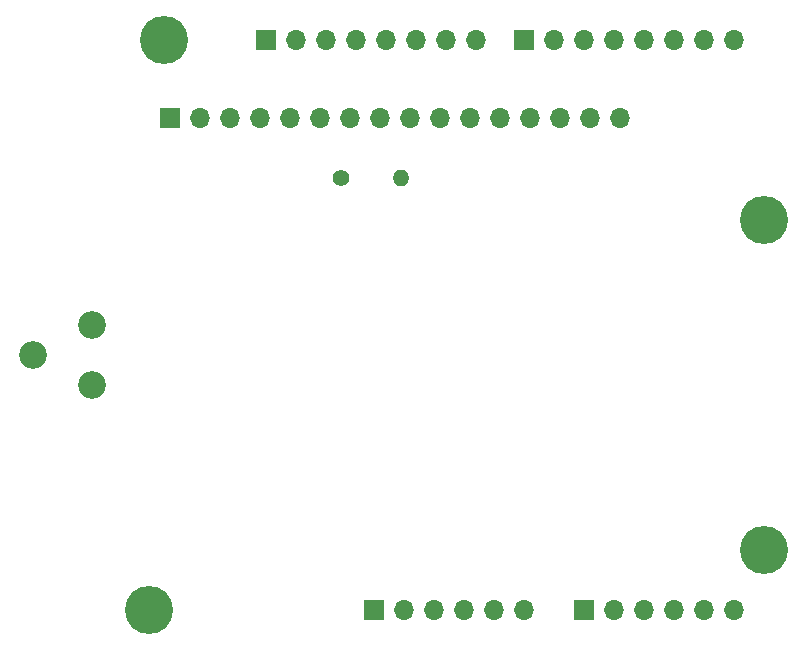
<source format=gbr>
G04 #@! TF.GenerationSoftware,KiCad,Pcbnew,5.1.2-f72e74a~84~ubuntu16.04.1*
G04 #@! TF.CreationDate,2019-07-02T14:45:40+02:00*
G04 #@! TF.ProjectId,Ethernet_Display,45746865-726e-4657-945f-446973706c61,rev?*
G04 #@! TF.SameCoordinates,Original*
G04 #@! TF.FileFunction,Copper,L1,Top*
G04 #@! TF.FilePolarity,Positive*
%FSLAX46Y46*%
G04 Gerber Fmt 4.6, Leading zero omitted, Abs format (unit mm)*
G04 Created by KiCad (PCBNEW 5.1.2-f72e74a~84~ubuntu16.04.1) date 2019-07-02 14:45:40*
%MOMM*%
%LPD*%
G04 APERTURE LIST*
%ADD10O,1.400000X1.400000*%
%ADD11C,1.400000*%
%ADD12C,2.340000*%
%ADD13O,1.700000X1.700000*%
%ADD14R,1.700000X1.700000*%
%ADD15C,4.064000*%
G04 APERTURE END LIST*
D10*
X146304000Y-87249000D03*
D11*
X141224000Y-87249000D03*
D12*
X120142000Y-104775000D03*
X115142000Y-102275000D03*
X120142000Y-99775000D03*
D13*
X164846000Y-82169000D03*
X162306000Y-82169000D03*
X159766000Y-82169000D03*
X157226000Y-82169000D03*
X154686000Y-82169000D03*
X152146000Y-82169000D03*
X149606000Y-82169000D03*
X147066000Y-82169000D03*
X144526000Y-82169000D03*
X141986000Y-82169000D03*
X139446000Y-82169000D03*
X136906000Y-82169000D03*
X134366000Y-82169000D03*
X131826000Y-82169000D03*
X129286000Y-82169000D03*
D14*
X126746000Y-82169000D03*
D13*
X152655000Y-75565000D03*
X150115000Y-75565000D03*
X147575000Y-75565000D03*
X145035000Y-75565000D03*
X142495000Y-75565000D03*
X139955000Y-75565000D03*
X137415000Y-75565000D03*
D14*
X134875000Y-75565000D03*
D13*
X174498000Y-75565000D03*
X171958000Y-75565000D03*
X169418000Y-75565000D03*
X166878000Y-75565000D03*
X164338000Y-75565000D03*
X161798000Y-75565000D03*
X159258000Y-75565000D03*
D14*
X156718000Y-75565000D03*
D13*
X174498000Y-123825000D03*
X171958000Y-123825000D03*
X169418000Y-123825000D03*
X166878000Y-123825000D03*
X164338000Y-123825000D03*
D14*
X161798000Y-123825000D03*
D13*
X156718000Y-123825000D03*
X154178000Y-123825000D03*
X151638000Y-123825000D03*
X149098000Y-123825000D03*
X146558000Y-123825000D03*
D14*
X144018000Y-123825000D03*
D15*
X124968000Y-123825000D03*
X177038000Y-118745000D03*
X126238000Y-75565000D03*
X177038000Y-90805000D03*
M02*

</source>
